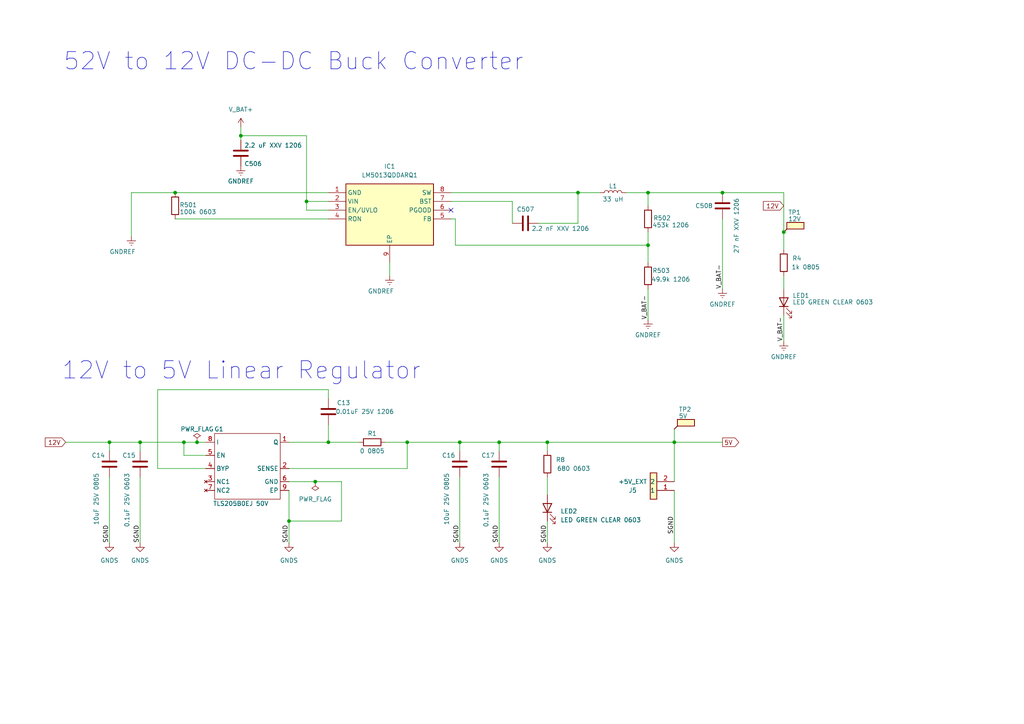
<source format=kicad_sch>
(kicad_sch (version 20231120) (generator "eeschema") (generator_version "8.0")
  (paper "A4")
  (lib_symbols
    (symbol "1725656:1725656"
      (property "Reference" "J5" (at -10.16 8.89 0))
      (property "Value" "+5V_EXT" (at -10.16 6.35 0))
      (symbol "1725656_1_1"
        (rectangle (start 5.08 2.54) (end 6.985 -5.08) (stroke (width 0.254)) (fill (type background)))
        (pin passive line (at 0 0 0) (length 5.08) (name "1") (number "1"))
        (pin passive line (at 0 -2.54 0) (length 5.08) (name "2") (number "2"))
      )
    )
    (symbol "Connector:TestPoint_Flag" (pin_numbers hide) (pin_names (offset 0.762) hide)
      (property "Reference" "TP" (at 3.429 1.778 0))
      (property "Value" "TestPoint_Flag" (at 3.302 4.191 0))
      (symbol "TestPoint_Flag_0_1"
        (polyline (pts (xy 0 0) (xy 0.889 0.889)) (stroke (width 0.254)))
        (rectangle (start 0.889 2.794) (end 5.842 0.889) (stroke (width 0.254)) (fill (type background)))
      )
      (symbol "TestPoint_Flag_1_1"
        (pin passive line (at 0 0 90) (length 0) (name "1") (number "1"))
      )
    )
    (symbol "DC:LM5013QDDARQ1"
      (property "Reference" "IC" (at 31.75 7.62 0))
      (property "Value" "LM5013QDDARQ1" (at 31.75 5.08 0))
      (symbol "LM5013QDDARQ1_1_1"
        (rectangle (start 5.08 2.54) (end 30.48 -15.24) (stroke (width 0.254)) (fill (type background)))
        (pin passive line (at 0 0 0) (length 5.08) (name "GND") (number "1"))
        (pin passive line (at 0 -2.54 0) (length 5.08) (name "VIN") (number "2"))
        (pin passive line (at 0 -5.08 0) (length 5.08) (name "EN/UVLO") (number "3"))
        (pin passive line (at 0 -7.62 0) (length 5.08) (name "RON") (number "4"))
        (pin passive line (at 35.56 -7.62 180) (length 5.08) (name "FB") (number "5"))
        (pin passive line (at 35.56 -5.08 180) (length 5.08) (name "PGOOD") (number "6"))
        (pin passive line (at 35.56 -2.54 180) (length 5.08) (name "BST") (number "7"))
        (pin passive line (at 35.56 0 180) (length 5.08) (name "SW") (number "8"))
        (pin passive line (at 17.78 -20.32 90) (length 5.08) (name "EP") (number "9"))
      )
    )
    (symbol "Device:C" (pin_numbers hide) (pin_names (offset 0.254))
      (property "Reference" "C" (at 0.635 2.54 0))
      (property "Value" "C" (at 0.635 -2.54 0))
      (symbol "C_0_1"
        (polyline (pts (xy -2.032 -0.762) (xy 2.032 -0.762)) (stroke (width 0.508)))
        (polyline (pts (xy -2.032 0.762) (xy 2.032 0.762)) (stroke (width 0.508)))
      )
      (symbol "C_1_1"
        (pin passive line (at 0 3.81 270) (length 2.794) (name "~") (number "1"))
        (pin passive line (at 0 -3.81 90) (length 2.794) (name "~") (number "2"))
      )
    )
    (symbol "Device:L" (pin_numbers hide) (pin_names (offset 1.016) hide)
      (property "Reference" "L" (at -1.27 0 90))
      (property "Value" "L" (at 1.905 0 90))
      (symbol "L_0_1"
        (arc (start 0 -2.54) (mid 0.6323 -1.905) (end 0 -1.27))
        (arc (start 0 -1.27) (mid 0.6323 -0.635) (end 0 0))
        (arc (start 0 0) (mid 0.6323 0.635) (end 0 1.27))
        (arc (start 0 1.27) (mid 0.6323 1.905) (end 0 2.54))
      )
      (symbol "L_1_1"
        (pin passive line (at 0 3.81 270) (length 1.27) (name "1") (number "1"))
        (pin passive line (at 0 -3.81 90) (length 1.27) (name "2") (number "2"))
      )
    )
    (symbol "Device:LED" (pin_numbers hide) (pin_names (offset 1.016) hide)
      (property "Reference" "D" (at 0 2.54 0))
      (property "Value" "LED" (at 0 -2.54 0))
      (symbol "LED_0_1"
        (polyline (pts (xy -1.27 -1.27) (xy -1.27 1.27)) (stroke (width 0.254)))
        (polyline (pts (xy -1.27 0) (xy 1.27 0)))
        (polyline (pts (xy 1.27 -1.27) (xy 1.27 1.27) (xy -1.27 0) (xy 1.27 -1.27)) (stroke (width 0.254)))
        (polyline (pts (xy -3.048 -0.762) (xy -4.572 -2.286) (xy -3.81 -2.286) (xy -4.572 -2.286) (xy -4.572 -1.524)))
        (polyline (pts (xy -1.778 -0.762) (xy -3.302 -2.286) (xy -2.54 -2.286) (xy -3.302 -2.286) (xy -3.302 -1.524)))
      )
      (symbol "LED_1_1"
        (pin passive line (at -3.81 0 0) (length 2.54) (name "K") (number "1"))
        (pin passive line (at 3.81 0 180) (length 2.54) (name "A") (number "2"))
      )
    )
    (symbol "Device:R" (pin_numbers hide) (pin_names (offset 0))
      (property "Reference" "R" (at 2.032 0 90))
      (property "Value" "R" (at 0 0 90))
      (symbol "R_0_1"
        (rectangle (start -1.016 -2.54) (end 1.016 2.54) (stroke (width 0.254)))
      )
      (symbol "R_1_1"
        (pin passive line (at 0 3.81 270) (length 1.27) (name "~") (number "1"))
        (pin passive line (at 0 -3.81 90) (length 1.27) (name "~") (number "2"))
      )
    )
    (symbol "TLS205B0EJ V50:TLS205B0EJ_V50"
      (property "Reference" "U2" (at -0.635 13.97 0))
      (property "Value" "TLS205B0EJ 50V" (at -0.635 11.43 0))
      (symbol "TLS205B0EJ_V50_0_1"
        (polyline (pts (xy -10.16 10.16) (xy 8.89 10.16) (xy 8.89 -8.89) (xy -10.16 -8.89) (xy -10.16 10.16)))
      )
      (symbol "TLS205B0EJ_V50_1_1"
        (pin power_out line (at 11.43 7.62 180) (length 2.54) (name "Q") (number "1"))
        (pin input line (at 11.43 0 180) (length 2.54) (name "SENSE") (number "2"))
        (pin no_connect line (at -12.7 -3.81 0) (length 2.54) (name "NC1") (number "3"))
        (pin input line (at -12.7 0 0) (length 2.54) (name "BYP") (number "4"))
        (pin input line (at -12.7 3.81 0) (length 2.54) (name "EN") (number "5"))
        (pin power_in line (at 11.43 -3.81 180) (length 2.54) (name "GND") (number "6"))
        (pin no_connect line (at -12.7 -6.35 0) (length 2.54) (name "NC2") (number "7"))
        (pin power_in line (at -12.7 7.62 0) (length 2.54) (name "I") (number "8"))
        (pin power_in line (at 11.43 -6.35 180) (length 2.54) (name "EP") (number "9"))
      )
    )
    (symbol "power:+5V" (power) (pin_names (offset 0))
      (property "Value" "+5V" (at 0 3.556 0))
      (symbol "+5V_0_1"
        (polyline (pts (xy -0.762 1.27) (xy 0 2.54)))
        (polyline (pts (xy 0 0) (xy 0 2.54)))
        (polyline (pts (xy 0 2.54) (xy 0.762 1.27)))
      )
      (symbol "+5V_1_1"
        (pin power_in line (at 0 0 90) (length 0) hide (name "+5V") (number "1"))
      )
    )
    (symbol "power:GNDREF" (power) (pin_names (offset 0))
      (property "Value" "GNDREF" (at 0 -3.81 0))
      (symbol "GNDREF_0_1"
        (polyline (pts (xy -0.635 -1.905) (xy 0.635 -1.905)))
        (polyline (pts (xy -0.127 -2.54) (xy 0.127 -2.54)))
        (polyline (pts (xy 0 -1.27) (xy 0 0)))
        (polyline (pts (xy 1.27 -1.27) (xy -1.27 -1.27)))
      )
      (symbol "GNDREF_1_1"
        (pin power_in line (at 0 0 270) (length 0) hide (name "GNDREF") (number "1"))
      )
    )
    (symbol "power:GNDS" (power) (pin_names (offset 0))
      (property "Value" "GNDS" (at 0 -3.81 0))
      (symbol "GNDS_0_1"
        (polyline (pts (xy 0 0) (xy 0 -1.27) (xy 1.27 -1.27) (xy 0 -2.54) (xy -1.27 -1.27) (xy 0 -1.27)))
      )
      (symbol "GNDS_1_1"
        (pin power_in line (at 0 0 270) (length 0) hide (name "GNDS") (number "1"))
      )
    )
    (symbol "power:PWR_FLAG" (power) (pin_numbers hide) (pin_names (offset 0) hide)
      (property "Value" "PWR_FLAG" (at 0 3.81 0))
      (symbol "PWR_FLAG_0_0"
        (pin power_out line (at 0 0 90) (length 0) (name "pwr") (number "1"))
      )
      (symbol "PWR_FLAG_0_1"
        (polyline (pts (xy 0 0) (xy 0 1.27) (xy -1.016 1.905) (xy 0 2.54) (xy 1.016 1.905) (xy 0 1.27)))
      )
    )
  )
  (junction (at 227.33 67.31))
  (junction (at 31.75 128.27))
  (junction (at 118.11 128.27))
  (junction (at 133.35 128.27))
  (junction (at 187.96 71.12))
  (junction (at 50.8 55.88))
  (junction (at 69.85 39.37))
  (junction (at 57.15 128.27))
  (junction (at 195.58 128.27))
  (junction (at 144.78 128.27))
  (junction (at 83.82 151.13))
  (junction (at 53.34 128.27))
  (junction (at 209.55 55.88))
  (junction (at 40.64 128.27))
  (junction (at 167.64 55.88))
  (junction (at 88.9 58.42))
  (junction (at 95.25 128.27))
  (junction (at 91.44 139.7))
  (junction (at 187.96 55.88))
  (junction (at 158.75 128.27))
  (no_connect (at 130.81 60.96))
  (wire (pts (xy 158.75 130.81) (xy 158.75 128.27)))
  (wire (pts (xy 91.44 139.7) (xy 99.06 139.7)))
  (wire (pts (xy 227.33 55.88) (xy 227.33 67.31)))
  (wire (pts (xy 31.75 128.27) (xy 31.75 130.81)))
  (wire (pts (xy 167.64 55.88) (xy 173.99 55.88)))
  (wire (pts (xy 167.64 64.77) (xy 167.64 55.88)))
  (wire (pts (xy 148.59 64.77) (xy 148.59 58.42)))
  (wire (pts (xy 88.9 39.37) (xy 69.85 39.37)))
  (wire (pts (xy 158.75 151.13) (xy 158.75 157.48)))
  (wire (pts (xy 158.75 128.27) (xy 144.78 128.27)))
  (wire (pts (xy 133.35 128.27) (xy 144.78 128.27)))
  (wire (pts (xy 38.1 55.88) (xy 38.1 68.58)))
  (wire (pts (xy 195.58 142.24) (xy 195.58 157.48)))
  (wire (pts (xy 40.64 128.27) (xy 53.34 128.27)))
  (wire (pts (xy 227.33 80.01) (xy 227.33 83.82)))
  (wire (pts (xy 40.64 138.43) (xy 40.64 157.48)))
  (wire (pts (xy 83.82 139.7) (xy 91.44 139.7)))
  (wire (pts (xy 187.96 67.31) (xy 187.96 71.12)))
  (wire (pts (xy 209.55 63.5) (xy 209.55 83.82)))
  (wire (pts (xy 31.75 138.43) (xy 31.75 157.48)))
  (wire (pts (xy 133.35 138.43) (xy 133.35 157.48)))
  (wire (pts (xy 118.11 128.27) (xy 118.11 135.89)))
  (wire (pts (xy 53.34 132.08) (xy 53.34 128.27)))
  (wire (pts (xy 19.05 128.27) (xy 31.75 128.27)))
  (wire (pts (xy 227.33 91.44) (xy 227.33 99.06)))
  (wire (pts (xy 95.25 60.96) (xy 88.9 60.96)))
  (wire (pts (xy 227.33 67.31) (xy 227.33 72.39)))
  (wire (pts (xy 118.11 135.89) (xy 83.82 135.89)))
  (wire (pts (xy 59.69 132.08) (xy 53.34 132.08)))
  (wire (pts (xy 57.15 128.27) (xy 59.69 128.27)))
  (wire (pts (xy 158.75 128.27) (xy 195.58 128.27)))
  (wire (pts (xy 133.35 130.81) (xy 133.35 128.27)))
  (wire (pts (xy 69.85 36.83) (xy 69.85 39.37)))
  (wire (pts (xy 187.96 83.82) (xy 187.96 92.71)))
  (wire (pts (xy 187.96 59.69) (xy 187.96 55.88)))
  (wire (pts (xy 45.72 113.03) (xy 45.72 135.89)))
  (wire (pts (xy 144.78 128.27) (xy 144.78 130.81)))
  (wire (pts (xy 99.06 151.13) (xy 83.82 151.13)))
  (wire (pts (xy 83.82 151.13) (xy 83.82 142.24)))
  (wire (pts (xy 31.75 128.27) (xy 40.64 128.27)))
  (wire (pts (xy 88.9 60.96) (xy 88.9 58.42)))
  (wire (pts (xy 195.58 124.46) (xy 195.58 128.27)))
  (wire (pts (xy 95.25 123.19) (xy 95.25 128.27)))
  (wire (pts (xy 132.08 63.5) (xy 130.81 63.5)))
  (wire (pts (xy 132.08 71.12) (xy 187.96 71.12)))
  (wire (pts (xy 133.35 128.27) (xy 118.11 128.27)))
  (wire (pts (xy 99.06 139.7) (xy 99.06 151.13)))
  (wire (pts (xy 195.58 128.27) (xy 209.55 128.27)))
  (wire (pts (xy 130.81 55.88) (xy 167.64 55.88)))
  (wire (pts (xy 187.96 55.88) (xy 209.55 55.88)))
  (wire (pts (xy 144.78 138.43) (xy 144.78 157.48)))
  (wire (pts (xy 187.96 76.2) (xy 187.96 71.12)))
  (wire (pts (xy 95.25 128.27) (xy 104.14 128.27)))
  (wire (pts (xy 132.08 63.5) (xy 132.08 71.12)))
  (wire (pts (xy 95.25 113.03) (xy 45.72 113.03)))
  (wire (pts (xy 88.9 58.42) (xy 95.25 58.42)))
  (wire (pts (xy 209.55 55.88) (xy 227.33 55.88)))
  (wire (pts (xy 88.9 39.37) (xy 88.9 58.42)))
  (wire (pts (xy 148.59 58.42) (xy 130.81 58.42)))
  (wire (pts (xy 181.61 55.88) (xy 187.96 55.88)))
  (wire (pts (xy 113.03 76.2) (xy 113.03 80.01)))
  (wire (pts (xy 195.58 128.27) (xy 195.58 139.7)))
  (wire (pts (xy 53.34 128.27) (xy 57.15 128.27)))
  (wire (pts (xy 83.82 128.27) (xy 95.25 128.27)))
  (wire (pts (xy 50.8 55.88) (xy 38.1 55.88)))
  (wire (pts (xy 50.8 63.5) (xy 95.25 63.5)))
  (wire (pts (xy 45.72 135.89) (xy 59.69 135.89)))
  (wire (pts (xy 83.82 151.13) (xy 83.82 157.48)))
  (wire (pts (xy 95.25 55.88) (xy 50.8 55.88)))
  (wire (pts (xy 40.64 128.27) (xy 40.64 130.81)))
  (wire (pts (xy 158.75 138.43) (xy 158.75 143.51)))
  (wire (pts (xy 69.85 39.37) (xy 69.85 40.64)))
  (wire (pts (xy 156.21 64.77) (xy 167.64 64.77)))
  (wire (pts (xy 118.11 128.27) (xy 111.76 128.27)))
  (wire (pts (xy 95.25 115.57) (xy 95.25 113.03)))
  (text "52V to 12V DC-DC Buck Converter" (at 18.288 20.828 0) (effects (font (size 5 5)) (justify left bottom)))
  (text "12V to 5V Linear Regulator" (at 17.78 110.49 0) (effects (font (size 5 5)) (justify left bottom)))
  (label "SGND" (at 40.64 157.48 90))
  (label "SGND" (at 158.75 157.48 90))
  (label "V_BAT-" (at 209.55 83.82 90))
  (label "SGND" (at 83.82 157.48 90))
  (label "SGND" (at 144.78 157.48 90))
  (label "SGND" (at 31.75 157.48 90))
  (label "SGND" (at 133.35 157.48 90))
  (label "SGND" (at 195.58 154.94 90))
  (label "V_BAT-" (at 227.33 99.06 90))
  (label "V_BAT-" (at 187.96 92.71 90))
  (global_label "12V" (shape input) (at 227.33 59.69 180) (property "Intersheetrefs" "${INTERSHEET_REFS}" (effects (hide yes))))
  (global_label "12V" (shape input) (at 19.05 128.27 180) (property "Intersheetrefs" "${INTERSHEET_REFS}" (effects (hide yes))))
  (global_label "5V" (shape output) (at 209.55 128.27 0) (property "Intersheetrefs" "${INTERSHEET_REFS}" (effects (hide yes))))
  (symbol (lib_id "Device:C") (at 152.4 64.77 270) (unit 1)
    (property "Reference" "C507" (at 149.86 60.706 90) (effects (justify left)))
    (property "Value" "2.2 nF XXV 1206" (at 154.178 66.294 90) (effects (justify left)))
    (property "Datasheet" "C14" (effects (hide yes)))
  )
  (symbol (lib_id "power:GNDS") (at 31.75 157.48 0) (unit 1)
    (property "Reference" "#PWR023" (effects (hide yes)))
    (property "Value" "GNDS" (at 31.75 162.56 0))
  )
  (symbol (lib_id "power:GNDS") (at 83.82 157.48 0) (unit 1)
    (property "Reference" "#PWR029" (effects (hide yes)))
    (property "Value" "GNDS" (at 83.82 162.56 0))
  )
  (symbol (lib_id "DC:LM5013QDDARQ1") (at 95.25 55.88 0) (unit 1)
    (property "Reference" "IC1" (at 113.03 48.26 0))
    (property "Value" "LM5013QDDARQ1" (at 113.03 50.8 0))
    (property "Footprint" "Misc-Footprints:DC" (effects (hide yes)))
    (property "Datasheet" "https://www.ti.com/lit/ds/symlink/lm5013-q1.pdf?ts=1650857966126&ref_url=https%253A%252F%252Fwww.ti.com%252Fproduct%252FLM5013-Q1%253FkeyMatch%253DLM5013QDDARQ1%2526tisearch%253Dsearch-everything%2526usecase%253DOPN" (effects (hide yes)))
    (property "Description" "Switching Voltage Regulators 6-V to 100-V input, 3.5-A non-synchronous buck DC/DC converter with ultra-low quiescent current (IQ)" (effects (hide yes)))
    (property "Height" "1.7" (effects (hide yes)))
    (property "Mouser Part Number" "595-LM5013QDDARQ1" (effects (hide yes)))
    (property "Mouser Price/Stock" "https://www.mouser.co.uk/ProductDetail/Texas-Instruments/LM5013QDDARQ1?qs=t7xnP681wgX%2F7Fftd5oLmw%3D%3D" (effects (hide yes)))
    (property "Manufacturer_Name" "Texas Instruments" (effects (hide yes)))
    (property "Manufacturer_Part_Number" "LM5013QDDARQ1" (effects (hide yes)))
  )
  (symbol (lib_id "Device:C") (at 133.35 134.62 180) (unit 1)
    (property "Reference" "C16" (at 132.08 132.08 0) (effects (justify left)))
    (property "Value" "10uF 25V 0805" (at 129.54 137.16 90) (effects (justify left)))
    (property "Footprint" "Kap-1206-Footprints:C14" (effects (hide yes)))
    (property "Datasheet" "C14" (effects (hide yes)))
  )
  (symbol (lib_id "power:GNDS") (at 144.78 157.48 0) (unit 1)
    (property "Reference" "#PWR034" (effects (hide yes)))
    (property "Value" "GNDS" (at 144.78 162.56 0))
  )
  (symbol (lib_id "Device:C") (at 69.85 44.45 0) (unit 1)
    (property "Reference" "C506" (at 70.866 47.498 0) (effects (justify left)))
    (property "Value" "2.2 uF XXV 1206" (at 70.866 42.164 0) (effects (justify left)))
    (property "Datasheet" "C14" (effects (hide yes)))
  )
  (symbol (lib_id "power:GNDS") (at 40.64 157.48 0) (unit 1)
    (property "Reference" "#PWR024" (effects (hide yes)))
    (property "Value" "GNDS" (at 40.64 162.56 0))
  )
  (symbol (lib_id "Device:C") (at 40.64 134.62 180) (unit 1)
    (property "Reference" "C15" (at 39.37 132.08 0) (effects (justify left)))
    (property "Value" "0.1uF 25V 0603" (at 36.83 137.16 90) (effects (justify left)))
    (property "Footprint" "Kap-1206-Footprints:C15" (effects (hide yes)))
    (property "Datasheet" "C15" (effects (hide yes)))
  )
  (symbol (lib_id "Device:R") (at 227.33 76.2 180) (unit 1)
    (property "Reference" "R4" (at 231.14 74.93 0))
    (property "Value" "1k 0805" (at 233.68 77.47 0))
  )
  (symbol (lib_id "Connector:TestPoint_Flag") (at 227.33 67.31 0) (unit 1)
    (property "Reference" "TP1" (at 228.6 61.595 0) (effects (justify left)))
    (property "Value" "12V" (at 228.6 63.5 0) (effects (justify left)))
  )
  (symbol (lib_id "power:GNDREF") (at 187.96 92.71 0) (unit 1)
    (property "Reference" "#PWR030" (effects (hide yes)))
    (property "Value" "GNDREF" (at 187.96 97.155 0))
  )
  (symbol (lib_id "power:GNDREF") (at 69.85 48.26 0) (unit 1)
    (property "Reference" "#PWR016" (effects (hide yes)))
    (property "Value" "GNDREF" (at 69.85 52.578 0))
  )
  (symbol (lib_id "Device:R") (at 107.95 128.27 90) (unit 1)
    (property "Reference" "R1" (at 107.95 125.73 90))
    (property "Value" "0 0805" (at 107.95 130.81 90))
  )
  (symbol (lib_id "power:PWR_FLAG") (at 57.15 128.27 0) (unit 1)
    (property "Reference" "#FLG09" (effects (hide yes)))
    (property "Value" "PWR_FLAG" (at 57.15 124.46 0))
  )
  (symbol (lib_id "power:+5V") (at 69.85 36.83 0) (unit 1)
    (property "Reference" "#PWR017" (effects (hide yes)))
    (property "Value" "V_BAT+" (at 69.85 31.75 0))
  )
  (symbol (lib_id "1725656:1725656") (at 195.58 142.24 180) (unit 1)
    (property "Reference" "J5" (at 183.515 142.24 0))
    (property "Value" "+5V_EXT" (at 183.515 139.7 0))
    (property "Footprint" "Misc-Footprints:J4" (effects (hide yes)))
    (property "Datasheet" "https://www.phoenixcontact.com/online/portal/us/?uri=pxc-oc-itemdetail:pid=1725656&library=usen&pcck=P-11-01-05&tab=1&selectedCategory=ALL" (effects (hide yes)))
    (property "Height" "8.65" (effects (hide yes)))
    (property "Manufacturer_Name" "Phoenix Contact" (effects (hide yes)))
    (property "Manufacturer_Part_Number" "1725656" (effects (hide yes)))
    (property "Mouser Part Number" "651-1725656" (effects (hide yes)))
    (property "Mouser Price/Stock" "https://www.mouser.co.uk/ProductDetail/Phoenix-Contact/1725656?qs=Ul7CXFMnlWWQeccayYbRmw%3D%3D" (effects (hide yes)))
    (property "Arrow Part Number" "1725656" (effects (hide yes)))
    (property "Arrow Price/Stock" "https://www.arrow.com/en/products/1725656/phoenix-contact?region=nac" (effects (hide yes)))
  )
  (symbol (lib_id "TLS205B0EJ V50:TLS205B0EJ_V50") (at 72.39 135.89 0) (unit 1)
    (property "Reference" "G1" (at 63.5 124.46 0))
    (property "Value" "TLS205B0EJ 50V" (at 69.85 146.05 0))
    (property "Footprint" "Misc-Footprints:G1" (effects (hide yes)))
  )
  (symbol (lib_id "power:GNDREF") (at 227.33 99.06 0) (unit 1)
    (property "Reference" "#PWR040" (effects (hide yes)))
    (property "Value" "GNDREF" (at 227.33 103.505 0))
  )
  (symbol (lib_id "Device:L") (at 177.8 55.88 90) (unit 1)
    (property "Reference" "L1" (at 177.8 53.975 90))
    (property "Value" "33 uH" (at 177.8 57.785 90))
    (property "Footprint" "Misc-Footprints:L1" (effects (hide yes)))
  )
  (symbol (lib_id "power:GNDS") (at 195.58 157.48 0) (unit 1)
    (property "Reference" "#PWR036" (effects (hide yes)))
    (property "Value" "GNDS" (at 195.58 162.56 0))
  )
  (symbol (lib_id "Device:R") (at 50.8 59.69 180) (unit 1)
    (property "Reference" "R501" (at 54.61 59.436 0))
    (property "Value" "100k 0603" (at 57.404 61.468 0))
  )
  (symbol (lib_id "Device:LED") (at 158.75 147.32 90) (unit 1)
    (property "Reference" "LED2" (at 162.56 148.2725 90) (effects (justify right)))
    (property "Value" "LED GREEN CLEAR 0603" (at 162.56 150.8125 90) (effects (justify right)))
    (property "Footprint" "Misc-Footprints:LED1" (effects (hide yes)))
  )
  (symbol (lib_id "Device:R") (at 187.96 80.01 180) (unit 1)
    (property "Reference" "R503" (at 191.77 78.486 0))
    (property "Value" "49.9k 1206" (at 194.564 81.026 0))
  )
  (symbol (lib_id "Device:C") (at 95.25 119.38 180) (unit 1)
    (property "Reference" "C13" (at 101.6 116.84 0) (effects (justify left)))
    (property "Value" "0.01uF 25V 1206" (at 114.3 119.38 0) (effects (justify left)))
    (property "Footprint" "Kap-1206-Footprints:C13" (effects (hide yes)))
    (property "Datasheet" "C13" (effects (hide yes)))
  )
  (symbol (lib_id "Device:C") (at 209.55 59.69 180) (unit 1)
    (property "Reference" "C508" (at 206.756 59.69 0) (effects (justify left)))
    (property "Value" "27 nF XXV 1206" (at 213.614 57.404 90) (effects (justify left)))
    (property "Datasheet" "C14" (effects (hide yes)))
  )
  (symbol (lib_id "power:GNDS") (at 158.75 157.48 0) (unit 1)
    (property "Reference" "#PWR035" (effects (hide yes)))
    (property "Value" "GNDS" (at 158.75 162.56 0))
  )
  (symbol (lib_id "Device:LED") (at 227.33 87.63 90) (unit 1)
    (property "Reference" "LED1" (at 229.87 85.725 90) (effects (justify right)))
    (property "Value" "LED GREEN CLEAR 0603" (at 229.87 87.63 90) (effects (justify right)))
    (property "Footprint" "Misc-Footprints:LED1" (effects (hide yes)))
  )
  (symbol (lib_id "power:GNDS") (at 133.35 157.48 0) (unit 1)
    (property "Reference" "#PWR031" (effects (hide yes)))
    (property "Value" "GNDS" (at 133.35 162.56 0))
  )
  (symbol (lib_id "power:GNDREF") (at 209.55 83.82 0) (unit 1)
    (property "Reference" "#PWR025" (effects (hide yes)))
    (property "Value" "GNDREF" (at 209.55 88.265 0))
  )
  (symbol (lib_id "power:GNDREF") (at 38.1 68.58 0) (unit 1)
    (property "Reference" "#PWR026" (effects (hide yes)))
    (property "Value" "GNDREF" (at 35.56 73.025 0))
  )
  (symbol (lib_id "power:PWR_FLAG") (at 91.44 139.7 180) (unit 1)
    (property "Reference" "#FLG010" (effects (hide yes)))
    (property "Value" "PWR_FLAG" (at 91.44 144.78 0))
  )
  (symbol (lib_id "power:GNDREF") (at 113.03 80.01 0) (unit 1)
    (property "Reference" "#PWR022" (effects (hide yes)))
    (property "Value" "GNDREF" (at 110.49 84.455 0))
  )
  (symbol (lib_id "Connector:TestPoint_Flag") (at 195.58 124.46 0) (unit 1)
    (property "Reference" "TP2" (at 196.85 118.745 0) (effects (justify left)))
    (property "Value" "5V" (at 196.85 120.65 0) (effects (justify left)))
  )
  (symbol (lib_id "Device:R") (at 158.75 134.62 180) (unit 1)
    (property "Reference" "R8" (at 162.56 133.35 0))
    (property "Value" "680 0603" (at 166.37 135.89 0))
  )
  (symbol (lib_id "Device:C") (at 31.75 134.62 180) (unit 1)
    (property "Reference" "C14" (at 30.48 132.08 0) (effects (justify left)))
    (property "Value" "10uF 25V 0805" (at 27.94 137.16 90) (effects (justify left)))
    (property "Footprint" "Kap-1206-Footprints:C14" (effects (hide yes)))
    (property "Datasheet" "C14" (effects (hide yes)))
  )
  (symbol (lib_id "Device:C") (at 144.78 134.62 180) (unit 1)
    (property "Reference" "C17" (at 143.51 132.08 0) (effects (justify left)))
    (property "Value" "0.1uF 25V 0603" (at 140.97 137.16 90) (effects (justify left)))
    (property "Footprint" "Kap-1206-Footprints:C15" (effects (hide yes)))
    (property "Datasheet" "C15" (effects (hide yes)))
  )
  (symbol (lib_id "Device:R") (at 187.96 63.5 180) (unit 1)
    (property "Reference" "R502" (at 192.024 63.246 0))
    (property "Value" "453k 1206" (at 194.564 65.278 0))
  )
)
</source>
